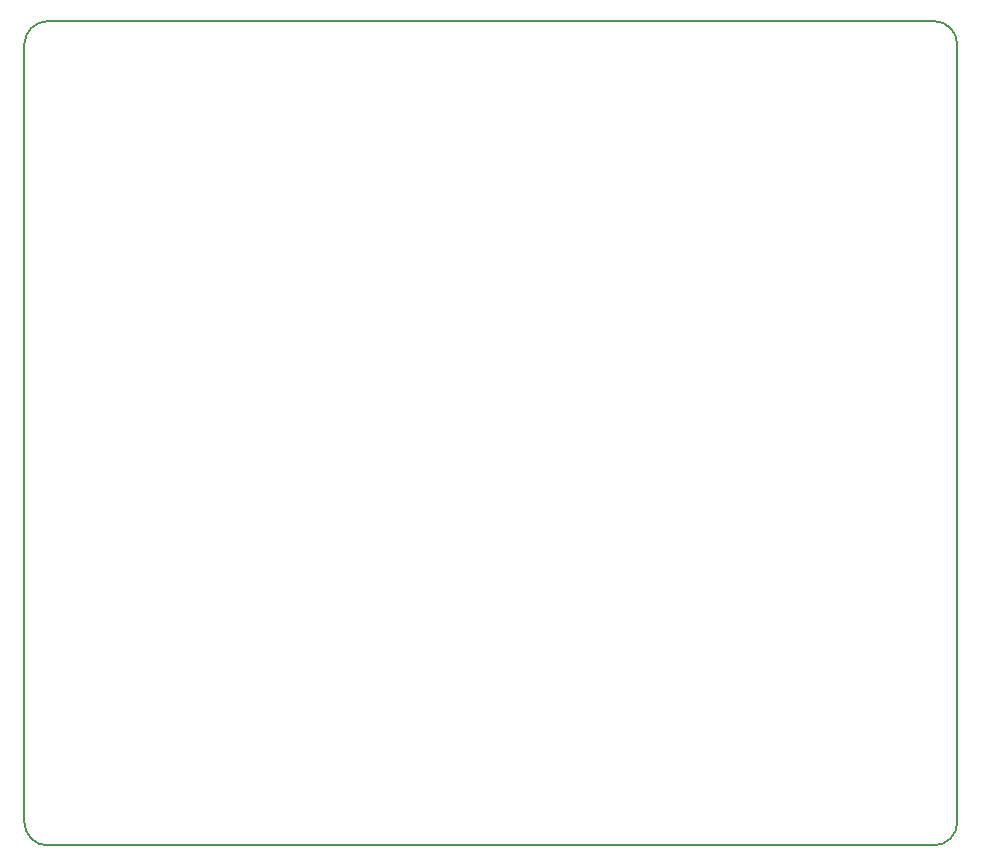
<source format=gm1>
G04 #@! TF.GenerationSoftware,KiCad,Pcbnew,(5.1.5)-3*
G04 #@! TF.CreationDate,2020-11-27T10:24:01+11:00*
G04 #@! TF.ProjectId,BoSL,426f534c-2e6b-4696-9361-645f70636258,0.4.2*
G04 #@! TF.SameCoordinates,Original*
G04 #@! TF.FileFunction,Profile,NP*
%FSLAX46Y46*%
G04 Gerber Fmt 4.6, Leading zero omitted, Abs format (unit mm)*
G04 Created by KiCad (PCBNEW (5.1.5)-3) date 2020-11-27 10:24:01*
%MOMM*%
%LPD*%
G04 APERTURE LIST*
%ADD10C,0.150000*%
G04 APERTURE END LIST*
D10*
X115500000Y-132800000D02*
G75*
G02X113500000Y-130800000I0J2000000D01*
G01*
X113500000Y-65000000D02*
G75*
G02X115500000Y-63000000I2000000J0D01*
G01*
X113500000Y-130800000D02*
X113500000Y-65000000D01*
X192500000Y-130700000D02*
X192500000Y-130800000D01*
X192500000Y-129500000D02*
X192500000Y-130700000D01*
X192500000Y-129500000D02*
X192500000Y-65000000D01*
X115500000Y-132800000D02*
X190500000Y-132800000D01*
X190500000Y-63000000D02*
X115500000Y-63000000D01*
X192500000Y-130800000D02*
G75*
G02X190500000Y-132800000I-2000000J0D01*
G01*
X190500000Y-63000000D02*
G75*
G02X192500000Y-65000000I0J-2000000D01*
G01*
M02*

</source>
